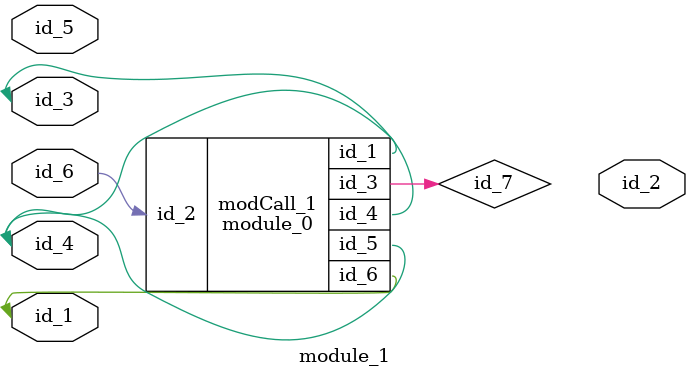
<source format=v>
module module_0 (
    id_1,
    id_2,
    id_3,
    id_4,
    id_5,
    id_6
);
  inout wire id_6;
  output wire id_5;
  inout wire id_4;
  output wire id_3;
  input wire id_2;
  inout wire id_1;
  assign id_1 = 1;
  wire id_7;
endmodule
module module_1 (
    id_1,
    id_2,
    id_3,
    id_4,
    id_5,
    id_6
);
  input wire id_6;
  inout wire id_5;
  inout wire id_4;
  inout wire id_3;
  output wire id_2;
  inout wire id_1;
  wire id_7;
  module_0 modCall_1 (
      id_4,
      id_6,
      id_7,
      id_3,
      id_4,
      id_1
  );
endmodule

</source>
